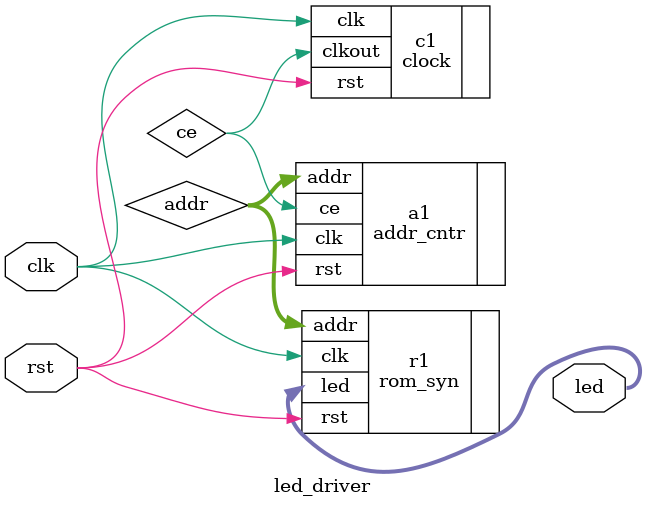
<source format=v>
module led_driver(
input clk,rst,

output [7:0] led);
wire ce;
wire[3:0]addr;

clock c1(.clk(clk), .rst(rst), .clkout(ce));
addr_cntr a1(.clk(clk), .rst(rst), .ce(ce), .addr(addr));
rom_syn r1(.clk(clk), .rst(rst), .addr(addr), .led(led));
endmodule
</source>
